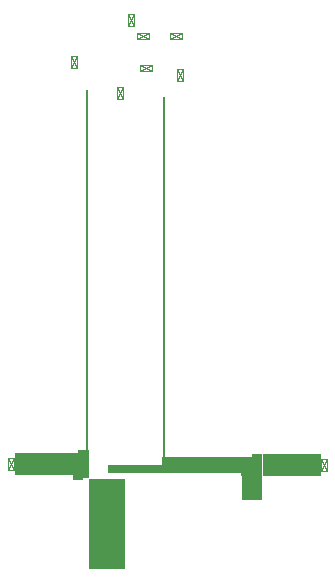
<source format=gbr>
G04 ===== Begin FILE IDENTIFICATION =====*
G04 File Format:  Gerber RS274X*
G04 ===== End FILE IDENTIFICATION =====*
%FSLAX24Y24*%
%MOMM*%
%SFA1.0000B1.0000*%
%OFA0.0B0.0*%
%ADD14R,5.000000X1.882501*%
%ADD15C,0.000635*%
%ADD16R,0.895447X0.218966*%
%ADD17R,0.201051X2.355499*%
%ADD18R,0.254000X30.499200*%
%ADD19R,1.850560X1.312662*%
%ADD20R,1.761399X2.026110*%
%ADD21R,3.165450X7.742580*%
%LNcond*%
%IPPOS*%
%LPD*%
G75*
D14*
X103740Y-87630D03*
D15*
G01X78740Y-82550D02*
G01X73660D01*
G01Y-92710D01*
G01X78740D01*
G01Y-82550D01*

G01X73660Y-92710D01*
G01X78740D02*
G01X73660Y-82550D01*
G36*
G01X128740Y-78217D02*
G01Y-99407D01*
G01X137694D01*
G01Y-75853D01*
G01X133217D01*
G01Y-78217D01*
G01X128740D01*
G37*
D16*
X133217Y-100502D03*
D17*
X138700Y-87630D03*
G36*
G01X142245Y-99497D02*
G01Y-75763D01*
G01X139705D01*
G01Y-99407D01*
G01X140975D01*
G01Y-99497D01*
G01X142245D01*
G37*
G36*
G01X158574Y-95314D02*
G01X252642D01*
G01Y-82187D01*
G01X204338D01*
G01Y-88750D01*
G01X158574D01*
G01Y-95314D01*
G37*
D18*
X205608Y70309D03*
D15*
G01X171450Y231140D02*
G01X166370D01*
G01Y220980D01*
G01X171450D01*
G01Y231140D01*

G01X166370Y220980D01*
G01X171450D02*
G01X166370Y231140D01*
D18*
X140975Y76733D03*
D15*
G01X132080Y257810D02*
G01X127000D01*
G01Y247650D01*
G01X132080D01*
G01Y257810D01*

G01X127000Y247650D01*
G01X132080D02*
G01X127000Y257810D01*
G01X185420Y250190D02*
G01Y245110D01*
G01X195580D01*
G01Y250190D01*
G01X185420D01*

G01X195580Y245110D01*
G01Y250190D02*
G01X185420Y245110D01*
G01X182880Y276860D02*
G01Y271780D01*
G01X193040D01*
G01Y276860D01*
G01X182880D01*

G01X193040Y271780D01*
G01Y276860D02*
G01X182880Y271780D01*
G01X175260Y283210D02*
G01X180340D01*
G01Y293370D01*
G01X175260D01*
G01Y283210D01*

G01X180340Y293370D01*
G01X175260D02*
G01X180340Y283210D01*
G01X210820Y276860D02*
G01Y271780D01*
G01X220980D01*
G01Y276860D01*
G01X210820D01*

G01X220980Y271780D01*
G01Y276860D02*
G01X210820Y271780D01*
G01X217170Y236220D02*
G01X222250D01*
G01Y246380D01*
G01X217170D01*
G01Y236220D01*

G01X222250Y246380D01*
G01X217170D02*
G01X222250Y236220D01*
D19*
X261895Y-88750D03*
G36*
G01X271148Y-82187D02*
G01Y-98163D01*
G01X288762D01*
G01Y-79338D01*
G01X279955D01*
G01Y-82187D01*
G01X271148D01*
G37*
D14*
X313762Y-88750D03*
D15*
G01X338762Y-93830D02*
G01X343842D01*
G01Y-83670D01*
G01X338762D01*
G01Y-93830D01*

G01X343842Y-83670D01*
G01X338762D02*
G01X343842Y-93830D01*
D20*
X279955Y-108293D03*
D21*
X157607Y-139038D03*
M02*


</source>
